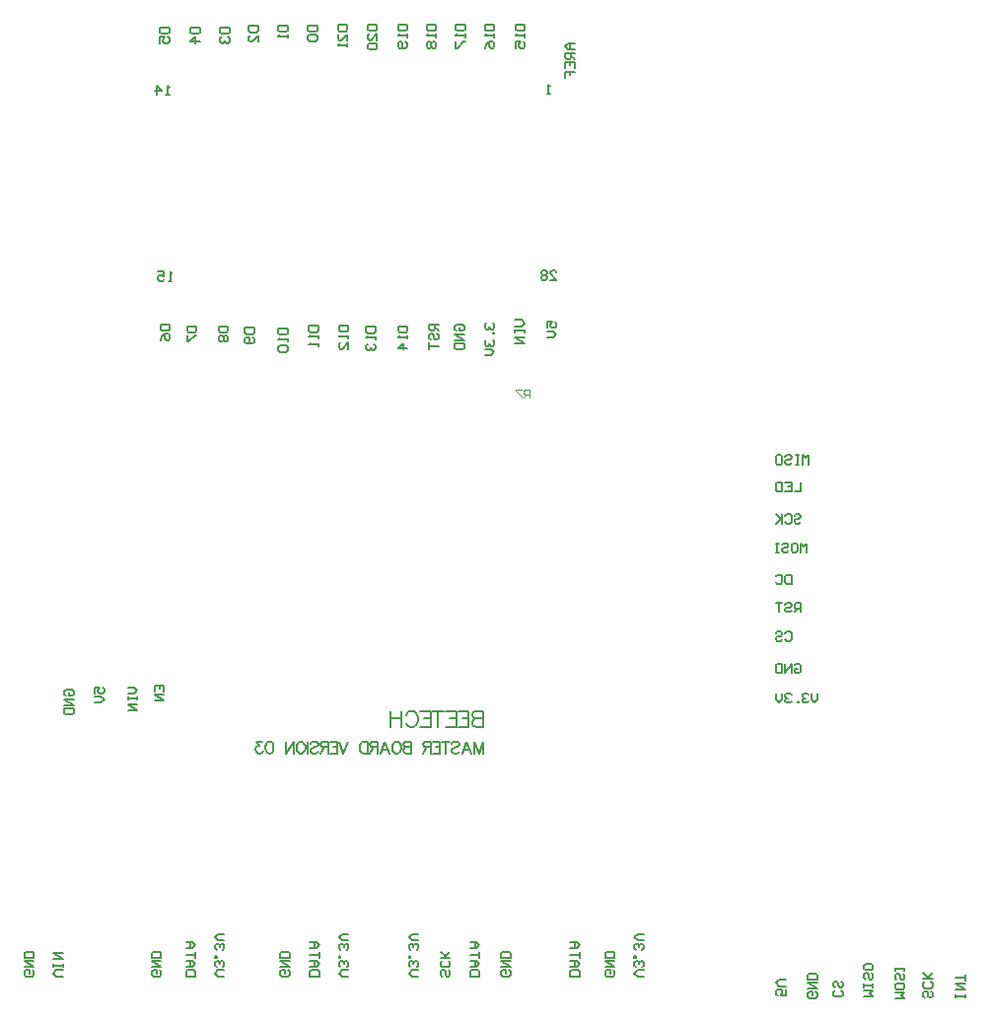
<source format=gbo>
G04*
G04 #@! TF.GenerationSoftware,Altium Limited,Altium Designer,21.6.4 (81)*
G04*
G04 Layer_Color=32896*
%FSLAX44Y44*%
%MOMM*%
G71*
G04*
G04 #@! TF.SameCoordinates,B6620421-005C-40FD-BBE8-42AC4C8AC442*
G04*
G04*
G04 #@! TF.FilePolarity,Positive*
G04*
G01*
G75*
%ADD12C,0.2000*%
%ADD15C,0.1000*%
%ADD16C,0.1500*%
D12*
X443316Y286863D02*
Y272866D01*
Y286863D02*
X437317D01*
X435318Y286196D01*
X434651Y285530D01*
X433985Y284197D01*
Y282864D01*
X434651Y281531D01*
X435318Y280864D01*
X437317Y280198D01*
X443316D02*
X437317D01*
X435318Y279531D01*
X434651Y278865D01*
X433985Y277532D01*
Y275532D01*
X434651Y274199D01*
X435318Y273533D01*
X437317Y272866D01*
X443316D01*
X422187Y286863D02*
X430852D01*
Y272866D01*
X422187D01*
X430852Y280198D02*
X425520D01*
X411190Y286863D02*
X419854D01*
Y272866D01*
X411190D01*
X419854Y280198D02*
X414522D01*
X404191Y286863D02*
Y272866D01*
X408857Y286863D02*
X399525D01*
X389194D02*
X397859D01*
Y272866D01*
X389194D01*
X397859Y280198D02*
X392527D01*
X376864Y283530D02*
X377530Y284863D01*
X378863Y286196D01*
X380196Y286863D01*
X382862D01*
X384195Y286196D01*
X385528Y284863D01*
X386195Y283530D01*
X386861Y281531D01*
Y278198D01*
X386195Y276199D01*
X385528Y274866D01*
X384195Y273533D01*
X382862Y272866D01*
X380196D01*
X378863Y273533D01*
X377530Y274866D01*
X376864Y276199D01*
X372931Y286863D02*
Y272866D01*
X363600Y286863D02*
Y272866D01*
X372931Y280198D02*
X363600D01*
X443262Y260410D02*
Y250412D01*
Y260410D02*
X439453Y250412D01*
X435645Y260410D02*
X439453Y250412D01*
X435645Y260410D02*
Y250412D01*
X425171D02*
X428979Y260410D01*
X432788Y250412D01*
X431360Y253745D02*
X426599D01*
X416173Y258982D02*
X417125Y259934D01*
X418553Y260410D01*
X420457D01*
X421886Y259934D01*
X422838Y258982D01*
Y258029D01*
X422362Y257077D01*
X421886Y256601D01*
X420933Y256125D01*
X418077Y255173D01*
X417125Y254697D01*
X416649Y254221D01*
X416173Y253269D01*
Y251840D01*
X417125Y250888D01*
X418553Y250412D01*
X420457D01*
X421886Y250888D01*
X422838Y251840D01*
X410602Y260410D02*
Y250412D01*
X413935Y260410D02*
X407270D01*
X399890D02*
X406079D01*
Y250412D01*
X399890D01*
X406079Y255649D02*
X402271D01*
X398224Y260410D02*
Y250412D01*
Y260410D02*
X393939D01*
X392511Y259934D01*
X392035Y259458D01*
X391559Y258505D01*
Y257553D01*
X392035Y256601D01*
X392511Y256125D01*
X393939Y255649D01*
X398224D01*
X394891D02*
X391559Y250412D01*
X381466Y260410D02*
Y250412D01*
Y260410D02*
X377181D01*
X375753Y259934D01*
X375277Y259458D01*
X374800Y258505D01*
Y257553D01*
X375277Y256601D01*
X375753Y256125D01*
X377181Y255649D01*
X381466D02*
X377181D01*
X375753Y255173D01*
X375277Y254697D01*
X374800Y253745D01*
Y252316D01*
X375277Y251364D01*
X375753Y250888D01*
X377181Y250412D01*
X381466D01*
X369706Y260410D02*
X370658Y259934D01*
X371611Y258982D01*
X372087Y258029D01*
X372563Y256601D01*
Y254221D01*
X372087Y252792D01*
X371611Y251840D01*
X370658Y250888D01*
X369706Y250412D01*
X367802D01*
X366850Y250888D01*
X365898Y251840D01*
X365421Y252792D01*
X364945Y254221D01*
Y256601D01*
X365421Y258029D01*
X365898Y258982D01*
X366850Y259934D01*
X367802Y260410D01*
X369706D01*
X354995Y250412D02*
X358804Y260410D01*
X362613Y250412D01*
X361184Y253745D02*
X356423D01*
X352662Y260410D02*
Y250412D01*
Y260410D02*
X348378D01*
X346949Y259934D01*
X346473Y259458D01*
X345997Y258505D01*
Y257553D01*
X346473Y256601D01*
X346949Y256125D01*
X348378Y255649D01*
X352662D01*
X349330D02*
X345997Y250412D01*
X343759Y260410D02*
Y250412D01*
Y260410D02*
X340427D01*
X338999Y259934D01*
X338046Y258982D01*
X337570Y258029D01*
X337094Y256601D01*
Y254221D01*
X337570Y252792D01*
X338046Y251840D01*
X338999Y250888D01*
X340427Y250412D01*
X343759D01*
X327001Y260410D02*
X323192Y250412D01*
X319384Y260410D02*
X323192Y250412D01*
X311909Y260410D02*
X318098D01*
Y250412D01*
X311909D01*
X318098Y255649D02*
X314290D01*
X310243Y260410D02*
Y250412D01*
Y260410D02*
X305958D01*
X304530Y259934D01*
X304054Y259458D01*
X303578Y258505D01*
Y257553D01*
X304054Y256601D01*
X304530Y256125D01*
X305958Y255649D01*
X310243D01*
X306910D02*
X303578Y250412D01*
X294675Y258982D02*
X295627Y259934D01*
X297055Y260410D01*
X298960D01*
X300388Y259934D01*
X301340Y258982D01*
Y258029D01*
X300864Y257077D01*
X300388Y256601D01*
X299436Y256125D01*
X296579Y255173D01*
X295627Y254697D01*
X295151Y254221D01*
X294675Y253269D01*
Y251840D01*
X295627Y250888D01*
X297055Y250412D01*
X298960D01*
X300388Y250888D01*
X301340Y251840D01*
X292437Y260410D02*
Y250412D01*
X287486Y260410D02*
X288438Y259934D01*
X289390Y258982D01*
X289866Y258029D01*
X290342Y256601D01*
Y254221D01*
X289866Y252792D01*
X289390Y251840D01*
X288438Y250888D01*
X287486Y250412D01*
X285581D01*
X284629Y250888D01*
X283677Y251840D01*
X283201Y252792D01*
X282725Y254221D01*
Y256601D01*
X283201Y258029D01*
X283677Y258982D01*
X284629Y259934D01*
X285581Y260410D01*
X287486D01*
X280392D02*
Y250412D01*
Y260410D02*
X273727Y250412D01*
Y260410D02*
Y250412D01*
X260254Y260410D02*
X261682Y259934D01*
X262634Y258505D01*
X263110Y256125D01*
Y254697D01*
X262634Y252316D01*
X261682Y250888D01*
X260254Y250412D01*
X259301D01*
X257873Y250888D01*
X256921Y252316D01*
X256445Y254697D01*
Y256125D01*
X256921Y258505D01*
X257873Y259934D01*
X259301Y260410D01*
X260254D01*
X253255D02*
X248018D01*
X250875Y256601D01*
X249446D01*
X248494Y256125D01*
X248018Y255649D01*
X247542Y254221D01*
Y253269D01*
X248018Y251840D01*
X248970Y250888D01*
X250399Y250412D01*
X251827D01*
X253255Y250888D01*
X253731Y251364D01*
X254207Y252316D01*
D15*
X482844Y555555D02*
Y562553D01*
X479345D01*
X478178Y561387D01*
Y559054D01*
X479345Y557888D01*
X482844D01*
X480511D02*
X478178Y555555D01*
X475846Y562553D02*
X471180D01*
Y561387D01*
X475846Y556721D01*
Y555555D01*
D16*
X856841Y40870D02*
Y43536D01*
Y42203D01*
X848844D01*
Y40870D01*
Y43536D01*
Y47534D02*
X856841D01*
X848844Y52866D01*
X856841D01*
Y55532D02*
Y60863D01*
Y58198D01*
X848844D01*
X827822Y46202D02*
X829155Y44869D01*
Y42203D01*
X827822Y40870D01*
X826490D01*
X825157Y42203D01*
Y44869D01*
X823824Y46202D01*
X822491D01*
X821158Y44869D01*
Y42203D01*
X822491Y40870D01*
X827822Y54199D02*
X829155Y52866D01*
Y50200D01*
X827822Y48867D01*
X822491D01*
X821158Y50200D01*
Y52866D01*
X822491Y54199D01*
X829155Y56865D02*
X821158D01*
X823824D01*
X829155Y62196D01*
X825157Y58198D01*
X821158Y62196D01*
X796971Y39830D02*
X804968D01*
X802303Y42496D01*
X804968Y45162D01*
X796971D01*
X804968Y51826D02*
Y49160D01*
X803636Y47827D01*
X798304D01*
X796971Y49160D01*
Y51826D01*
X798304Y53159D01*
X803636D01*
X804968Y51826D01*
X803636Y61156D02*
X804968Y59823D01*
Y57158D01*
X803636Y55825D01*
X802303D01*
X800970Y57158D01*
Y59823D01*
X799637Y61156D01*
X798304D01*
X796971Y59823D01*
Y57158D01*
X798304Y55825D01*
X804968Y63822D02*
Y66488D01*
Y65155D01*
X796971D01*
Y63822D01*
Y66488D01*
X769994Y41838D02*
X777991D01*
X775326Y44504D01*
X777991Y47169D01*
X769994D01*
X777991Y49835D02*
Y52501D01*
Y51168D01*
X769994D01*
Y49835D01*
Y52501D01*
X776658Y61831D02*
X777991Y60499D01*
Y57833D01*
X776658Y56500D01*
X775326D01*
X773993Y57833D01*
Y60499D01*
X772660Y61831D01*
X771327D01*
X769994Y60499D01*
Y57833D01*
X771327Y56500D01*
X777991Y68496D02*
Y65830D01*
X776658Y64497D01*
X771327D01*
X769994Y65830D01*
Y68496D01*
X771327Y69829D01*
X776658D01*
X777991Y68496D01*
X750658Y46964D02*
X751991Y45631D01*
Y42965D01*
X750658Y41632D01*
X745327D01*
X743994Y42965D01*
Y45631D01*
X745327Y46964D01*
X750658Y54961D02*
X751991Y53628D01*
Y50962D01*
X750658Y49629D01*
X749326D01*
X747993Y50962D01*
Y53628D01*
X746660Y54961D01*
X745327D01*
X743994Y53628D01*
Y50962D01*
X745327Y49629D01*
X728409Y45670D02*
X729741Y44337D01*
Y41671D01*
X728409Y40338D01*
X723077D01*
X721744Y41671D01*
Y44337D01*
X723077Y45670D01*
X725743D01*
Y43004D01*
X721744Y48335D02*
X729741D01*
X721744Y53667D01*
X729741D01*
Y56333D02*
X721744D01*
Y60332D01*
X723077Y61664D01*
X728409D01*
X729741Y60332D01*
Y56333D01*
X702764Y47946D02*
Y42614D01*
X698765D01*
X700098Y45280D01*
Y46613D01*
X698765Y47946D01*
X696099D01*
X694766Y46613D01*
Y43947D01*
X696099Y42614D01*
X702764Y50611D02*
X697432D01*
X694766Y53277D01*
X697432Y55943D01*
X702764D01*
X413294Y64356D02*
X414627Y63023D01*
Y60357D01*
X413294Y59024D01*
X411962D01*
X410629Y60357D01*
Y63023D01*
X409296Y64356D01*
X407963D01*
X406630Y63023D01*
Y60357D01*
X407963Y59024D01*
X413294Y72353D02*
X414627Y71020D01*
Y68354D01*
X413294Y67021D01*
X407963D01*
X406630Y68354D01*
Y71020D01*
X407963Y72353D01*
X414627Y75019D02*
X406630D01*
X409296D01*
X414627Y80350D01*
X410629Y76352D01*
X406630Y80350D01*
X730484Y301851D02*
Y296520D01*
X727819Y293854D01*
X725153Y296520D01*
Y301851D01*
X722487Y300518D02*
X721154Y301851D01*
X718488D01*
X717155Y300518D01*
Y299186D01*
X718488Y297853D01*
X719821D01*
X718488D01*
X717155Y296520D01*
Y295187D01*
X718488Y293854D01*
X721154D01*
X722487Y295187D01*
X714490Y293854D02*
Y295187D01*
X713157D01*
Y293854D01*
X714490D01*
X707825Y300518D02*
X706492Y301851D01*
X703826D01*
X702493Y300518D01*
Y299186D01*
X703826Y297853D01*
X705159D01*
X703826D01*
X702493Y296520D01*
Y295187D01*
X703826Y293854D01*
X706492D01*
X707825Y295187D01*
X699828Y301851D02*
Y296520D01*
X697162Y293854D01*
X694496Y296520D01*
Y301851D01*
X580989Y59024D02*
X575658D01*
X572992Y61690D01*
X575658Y64356D01*
X580989D01*
X579656Y67021D02*
X580989Y68354D01*
Y71020D01*
X579656Y72353D01*
X578324D01*
X576991Y71020D01*
Y69687D01*
Y71020D01*
X575658Y72353D01*
X574325D01*
X572992Y71020D01*
Y68354D01*
X574325Y67021D01*
X572992Y75019D02*
X574325D01*
Y76352D01*
X572992D01*
Y75019D01*
X579656Y81683D02*
X580989Y83016D01*
Y85682D01*
X579656Y87015D01*
X578324D01*
X576991Y85682D01*
Y84349D01*
Y85682D01*
X575658Y87015D01*
X574325D01*
X572992Y85682D01*
Y83016D01*
X574325Y81683D01*
X580989Y89681D02*
X575658D01*
X572992Y92347D01*
X575658Y95012D01*
X580989D01*
X387399Y59024D02*
X382068D01*
X379402Y61690D01*
X382068Y64356D01*
X387399D01*
X386067Y67021D02*
X387399Y68354D01*
Y71020D01*
X386067Y72353D01*
X384734D01*
X383401Y71020D01*
Y69687D01*
Y71020D01*
X382068Y72353D01*
X380735D01*
X379402Y71020D01*
Y68354D01*
X380735Y67021D01*
X379402Y75019D02*
X380735D01*
Y76352D01*
X379402D01*
Y75019D01*
X386067Y81683D02*
X387399Y83016D01*
Y85682D01*
X386067Y87015D01*
X384734D01*
X383401Y85682D01*
Y84349D01*
Y85682D01*
X382068Y87015D01*
X380735D01*
X379402Y85682D01*
Y83016D01*
X380735Y81683D01*
X387399Y89681D02*
X382068D01*
X379402Y92347D01*
X382068Y95012D01*
X387399D01*
X327377Y59024D02*
X322046D01*
X319380Y61690D01*
X322046Y64356D01*
X327377D01*
X326045Y67021D02*
X327377Y68354D01*
Y71020D01*
X326045Y72353D01*
X324712D01*
X323379Y71020D01*
Y69687D01*
Y71020D01*
X322046Y72353D01*
X320713D01*
X319380Y71020D01*
Y68354D01*
X320713Y67021D01*
X319380Y75019D02*
X320713D01*
Y76352D01*
X319380D01*
Y75019D01*
X326045Y81683D02*
X327377Y83016D01*
Y85682D01*
X326045Y87015D01*
X324712D01*
X323379Y85682D01*
Y84349D01*
Y85682D01*
X322046Y87015D01*
X320713D01*
X319380Y85682D01*
Y83016D01*
X320713Y81683D01*
X327377Y89681D02*
X322046D01*
X319380Y92347D01*
X322046Y95012D01*
X327377D01*
X220815Y59024D02*
X215484D01*
X212818Y61690D01*
X215484Y64356D01*
X220815D01*
X219482Y67021D02*
X220815Y68354D01*
Y71020D01*
X219482Y72353D01*
X218150D01*
X216817Y71020D01*
Y69687D01*
Y71020D01*
X215484Y72353D01*
X214151D01*
X212818Y71020D01*
Y68354D01*
X214151Y67021D01*
X212818Y75019D02*
X214151D01*
Y76352D01*
X212818D01*
Y75019D01*
X219482Y81683D02*
X220815Y83016D01*
Y85682D01*
X219482Y87015D01*
X218150D01*
X216817Y85682D01*
Y84349D01*
Y85682D01*
X215484Y87015D01*
X214151D01*
X212818Y85682D01*
Y83016D01*
X214151Y81683D01*
X220815Y89681D02*
X215484D01*
X212818Y92347D01*
X215484Y95012D01*
X220815D01*
X525989Y59024D02*
X517992D01*
Y63023D01*
X519325Y64356D01*
X524656D01*
X525989Y63023D01*
Y59024D01*
X517992Y67021D02*
X523324D01*
X525989Y69687D01*
X523324Y72353D01*
X517992D01*
X521991D01*
Y67021D01*
X525989Y75019D02*
Y80350D01*
Y77685D01*
X517992D01*
Y83016D02*
X523324D01*
X525989Y85682D01*
X523324Y88348D01*
X517992D01*
X521991D01*
Y83016D01*
X440027Y59024D02*
X432030D01*
Y63023D01*
X433363Y64356D01*
X438694D01*
X440027Y63023D01*
Y59024D01*
X432030Y67021D02*
X437362D01*
X440027Y69687D01*
X437362Y72353D01*
X432030D01*
X436029D01*
Y67021D01*
X440027Y75019D02*
Y80350D01*
Y77685D01*
X432030D01*
Y83016D02*
X437362D01*
X440027Y85682D01*
X437362Y88348D01*
X432030D01*
X436029D01*
Y83016D01*
X302359Y59024D02*
X294362D01*
Y63023D01*
X295695Y64356D01*
X301026D01*
X302359Y63023D01*
Y59024D01*
X294362Y67021D02*
X299694D01*
X302359Y69687D01*
X299694Y72353D01*
X294362D01*
X298361D01*
Y67021D01*
X302359Y75019D02*
Y80350D01*
Y77685D01*
X294362D01*
Y83016D02*
X299694D01*
X302359Y85682D01*
X299694Y88348D01*
X294362D01*
X298361D01*
Y83016D01*
X195867Y59024D02*
X187869D01*
Y63023D01*
X189202Y64356D01*
X194534D01*
X195867Y63023D01*
Y59024D01*
X187869Y67021D02*
X193201D01*
X195867Y69687D01*
X193201Y72353D01*
X187869D01*
X191868D01*
Y67021D01*
X195867Y75019D02*
Y80350D01*
Y77685D01*
X187869D01*
Y83016D02*
X193201D01*
X195867Y85682D01*
X193201Y88348D01*
X187869D01*
X191868D01*
Y83016D01*
X554656Y64356D02*
X555989Y63023D01*
Y60357D01*
X554656Y59024D01*
X549325D01*
X547992Y60357D01*
Y63023D01*
X549325Y64356D01*
X551991D01*
Y61690D01*
X547992Y67021D02*
X555989D01*
X547992Y72353D01*
X555989D01*
Y75019D02*
X547992D01*
Y79018D01*
X549325Y80350D01*
X554656D01*
X555989Y79018D01*
Y75019D01*
X465111Y64356D02*
X466443Y63023D01*
Y60357D01*
X465111Y59024D01*
X459779D01*
X458446Y60357D01*
Y63023D01*
X459779Y64356D01*
X462445D01*
Y61690D01*
X458446Y67021D02*
X466443D01*
X458446Y72353D01*
X466443D01*
Y75019D02*
X458446D01*
Y79018D01*
X459779Y80350D01*
X465111D01*
X466443Y79018D01*
Y75019D01*
X275627Y64356D02*
X276959Y63023D01*
Y60357D01*
X275627Y59024D01*
X270295D01*
X268962Y60357D01*
Y63023D01*
X270295Y64356D01*
X272961D01*
Y61690D01*
X268962Y67021D02*
X276959D01*
X268962Y72353D01*
X276959D01*
Y75019D02*
X268962D01*
Y79018D01*
X270295Y80350D01*
X275627D01*
X276959Y79018D01*
Y75019D01*
X165284Y64356D02*
X166617Y63023D01*
Y60357D01*
X165284Y59024D01*
X159952D01*
X158619Y60357D01*
Y63023D01*
X159952Y64356D01*
X162618D01*
Y61690D01*
X158619Y67021D02*
X166617D01*
X158619Y72353D01*
X166617D01*
Y75019D02*
X158619D01*
Y79018D01*
X159952Y80350D01*
X165284D01*
X166617Y79018D01*
Y75019D01*
X55917Y64356D02*
X57249Y63023D01*
Y60357D01*
X55917Y59024D01*
X50585D01*
X49252Y60357D01*
Y63023D01*
X50585Y64356D01*
X53251D01*
Y61690D01*
X49252Y67021D02*
X57249D01*
X49252Y72353D01*
X57249D01*
Y75019D02*
X49252D01*
Y79018D01*
X50585Y80350D01*
X55917D01*
X57249Y79018D01*
Y75019D01*
X82141Y59024D02*
X76810D01*
X74144Y61690D01*
X76810Y64356D01*
X82141D01*
Y67021D02*
Y69687D01*
Y68354D01*
X74144D01*
Y67021D01*
Y69687D01*
Y73686D02*
X82141D01*
X74144Y79018D01*
X82141D01*
X710491Y325919D02*
X711824Y327251D01*
X714490D01*
X715822Y325919D01*
Y320587D01*
X714490Y319254D01*
X711824D01*
X710491Y320587D01*
Y323253D01*
X713157D01*
X707825Y319254D02*
Y327251D01*
X702493Y319254D01*
Y327251D01*
X699828D02*
Y319254D01*
X695829D01*
X694496Y320587D01*
Y325919D01*
X695829Y327251D01*
X699828D01*
X702493Y353605D02*
X703826Y354937D01*
X706492D01*
X707825Y353605D01*
Y348273D01*
X706492Y346940D01*
X703826D01*
X702493Y348273D01*
X694496Y353605D02*
X695829Y354937D01*
X698495D01*
X699828Y353605D01*
Y352272D01*
X698495Y350939D01*
X695829D01*
X694496Y349606D01*
Y348273D01*
X695829Y346940D01*
X698495D01*
X699828Y348273D01*
X715822Y371676D02*
Y379673D01*
X711824D01*
X710491Y378340D01*
Y375675D01*
X711824Y374342D01*
X715822D01*
X713157D02*
X710491Y371676D01*
X702493Y378340D02*
X703826Y379673D01*
X706492D01*
X707825Y378340D01*
Y377008D01*
X706492Y375675D01*
X703826D01*
X702493Y374342D01*
Y373009D01*
X703826Y371676D01*
X706492D01*
X707825Y373009D01*
X699828Y379673D02*
X694496D01*
X697162D01*
Y371676D01*
X707825Y403705D02*
Y395708D01*
X703826D01*
X702493Y397041D01*
Y402373D01*
X703826Y403705D01*
X707825D01*
X694496Y402373D02*
X695829Y403705D01*
X698495D01*
X699828Y402373D01*
Y397041D01*
X698495Y395708D01*
X695829D01*
X694496Y397041D01*
X721154Y422862D02*
Y430859D01*
X718488Y428194D01*
X715822Y430859D01*
Y422862D01*
X709158Y430859D02*
X711824D01*
X713157Y429526D01*
Y424195D01*
X711824Y422862D01*
X709158D01*
X707825Y424195D01*
Y429526D01*
X709158Y430859D01*
X699828Y429526D02*
X701161Y430859D01*
X703826D01*
X705159Y429526D01*
Y428194D01*
X703826Y426861D01*
X701161D01*
X699828Y425528D01*
Y424195D01*
X701161Y422862D01*
X703826D01*
X705159Y424195D01*
X697162Y430859D02*
X694496D01*
X695829D01*
Y422862D01*
X697162D01*
X694496D01*
X710491Y454458D02*
X711824Y455790D01*
X714490D01*
X715822Y454458D01*
Y453125D01*
X714490Y451792D01*
X711824D01*
X710491Y450459D01*
Y449126D01*
X711824Y447793D01*
X714490D01*
X715822Y449126D01*
X702493Y454458D02*
X703826Y455790D01*
X706492D01*
X707825Y454458D01*
Y449126D01*
X706492Y447793D01*
X703826D01*
X702493Y449126D01*
X699828Y455790D02*
Y447793D01*
Y450459D01*
X694496Y455790D01*
X698495Y451792D01*
X694496Y447793D01*
X715822Y483179D02*
Y475182D01*
X710491D01*
X702493Y483179D02*
X707825D01*
Y475182D01*
X702493D01*
X707825Y479181D02*
X705159D01*
X699828Y483179D02*
Y475182D01*
X695829D01*
X694496Y476515D01*
Y481847D01*
X695829Y483179D01*
X699828D01*
X722487Y498578D02*
Y506575D01*
X719821Y503910D01*
X717155Y506575D01*
Y498578D01*
X714490Y506575D02*
X711824D01*
X713157D01*
Y498578D01*
X714490D01*
X711824D01*
X702493Y505243D02*
X703826Y506575D01*
X706492D01*
X707825Y505243D01*
Y503910D01*
X706492Y502577D01*
X703826D01*
X702493Y501244D01*
Y499911D01*
X703826Y498578D01*
X706492D01*
X707825Y499911D01*
X695829Y506575D02*
X698495D01*
X699828Y505243D01*
Y499911D01*
X698495Y498578D01*
X695829D01*
X694496Y499911D01*
Y505243D01*
X695829Y506575D01*
X161191Y303556D02*
Y308888D01*
X169188D01*
Y303556D01*
X165189Y308888D02*
Y306222D01*
X169188Y300891D02*
X161191D01*
X169188Y295559D01*
X161191D01*
X138086Y307110D02*
X143417D01*
X146083Y304444D01*
X143417Y301778D01*
X138086D01*
Y299113D02*
Y296447D01*
Y297780D01*
X146083D01*
Y299113D01*
Y296447D01*
Y292448D02*
X138086D01*
X146083Y287117D01*
X138086D01*
X109629Y301778D02*
Y307110D01*
X113627D01*
X112294Y304444D01*
Y303111D01*
X113627Y301778D01*
X116293D01*
X117626Y303111D01*
Y305777D01*
X116293Y307110D01*
X109629Y299113D02*
X114960D01*
X117626Y296447D01*
X114960Y293781D01*
X109629D01*
X85054Y299746D02*
X83721Y301079D01*
Y303745D01*
X85054Y305078D01*
X90385D01*
X91718Y303745D01*
Y301079D01*
X90385Y299746D01*
X87719D01*
Y302412D01*
X91718Y297081D02*
X83721D01*
X91718Y291749D01*
X83721D01*
Y289083D02*
X91718D01*
Y285084D01*
X90385Y283752D01*
X85054D01*
X83721Y285084D01*
Y289083D01*
X165509Y873276D02*
X173506D01*
Y869277D01*
X172173Y867944D01*
X166842D01*
X165509Y869277D01*
Y873276D01*
Y859947D02*
Y865279D01*
X169507D01*
X168174Y862613D01*
Y861280D01*
X169507Y859947D01*
X172173D01*
X173506Y861280D01*
Y863946D01*
X172173Y865279D01*
X191925Y873276D02*
X199922D01*
Y869277D01*
X198589Y867944D01*
X193258D01*
X191925Y869277D01*
Y873276D01*
X199922Y861280D02*
X191925D01*
X195923Y865279D01*
Y859947D01*
X217325Y873276D02*
X225322D01*
Y869277D01*
X223989Y867944D01*
X218657D01*
X217325Y869277D01*
Y873276D01*
X218657Y865279D02*
X217325Y863946D01*
Y861280D01*
X218657Y859947D01*
X219990D01*
X221323Y861280D01*
Y862613D01*
Y861280D01*
X222656Y859947D01*
X223989D01*
X225322Y861280D01*
Y863946D01*
X223989Y865279D01*
X241963Y874546D02*
X249960D01*
Y870547D01*
X248627Y869214D01*
X243295D01*
X241963Y870547D01*
Y874546D01*
X249960Y861217D02*
Y866549D01*
X244628Y861217D01*
X243295D01*
X241963Y862550D01*
Y865216D01*
X243295Y866549D01*
X267363Y875054D02*
X275360D01*
Y871055D01*
X274027Y869722D01*
X268696D01*
X267363Y871055D01*
Y875054D01*
X275360Y867057D02*
Y864391D01*
Y865724D01*
X267363D01*
X268696Y867057D01*
X292509Y875054D02*
X300506D01*
Y871055D01*
X299173Y869722D01*
X293841D01*
X292509Y871055D01*
Y875054D01*
X293841Y867057D02*
X292509Y865724D01*
Y863058D01*
X293841Y861725D01*
X299173D01*
X300506Y863058D01*
Y865724D01*
X299173Y867057D01*
X293841D01*
X318417Y875562D02*
X326414D01*
Y871563D01*
X325081Y870230D01*
X319750D01*
X318417Y871563D01*
Y875562D01*
X326414Y862233D02*
Y867565D01*
X321082Y862233D01*
X319750D01*
X318417Y863566D01*
Y866232D01*
X319750Y867565D01*
X326414Y859567D02*
Y856901D01*
Y858234D01*
X318417D01*
X319750Y859567D01*
X344071Y875816D02*
X352068D01*
Y871817D01*
X350735Y870484D01*
X345404D01*
X344071Y871817D01*
Y875816D01*
X352068Y862487D02*
Y867819D01*
X346736Y862487D01*
X345404D01*
X344071Y863820D01*
Y866486D01*
X345404Y867819D01*
Y859821D02*
X344071Y858488D01*
Y855823D01*
X345404Y854490D01*
X350735D01*
X352068Y855823D01*
Y858488D01*
X350735Y859821D01*
X345404D01*
X369979Y875816D02*
X377976D01*
Y871817D01*
X376643Y870484D01*
X371311D01*
X369979Y871817D01*
Y875816D01*
X377976Y867819D02*
Y865153D01*
Y866486D01*
X369979D01*
X371311Y867819D01*
X376643Y861154D02*
X377976Y859821D01*
Y857155D01*
X376643Y855823D01*
X371311D01*
X369979Y857155D01*
Y859821D01*
X371311Y861154D01*
X372644D01*
X373977Y859821D01*
Y855823D01*
X394617Y875816D02*
X402614D01*
Y871817D01*
X401281Y870484D01*
X395950D01*
X394617Y871817D01*
Y875816D01*
X402614Y867819D02*
Y865153D01*
Y866486D01*
X394617D01*
X395950Y867819D01*
Y861154D02*
X394617Y859821D01*
Y857155D01*
X395950Y855823D01*
X397282D01*
X398615Y857155D01*
X399948Y855823D01*
X401281D01*
X402614Y857155D01*
Y859821D01*
X401281Y861154D01*
X399948D01*
X398615Y859821D01*
X397282Y861154D01*
X395950D01*
X398615Y859821D02*
Y857155D01*
X419509Y875816D02*
X427506D01*
Y871817D01*
X426173Y870484D01*
X420841D01*
X419509Y871817D01*
Y875816D01*
X427506Y867819D02*
Y865153D01*
Y866486D01*
X419509D01*
X420841Y867819D01*
X419509Y861154D02*
Y855823D01*
X420841D01*
X426173Y861154D01*
X427506D01*
X444541Y875816D02*
X452538D01*
Y871817D01*
X451205Y870484D01*
X445874D01*
X444541Y871817D01*
Y875816D01*
X452538Y867819D02*
Y865153D01*
Y866486D01*
X444541D01*
X445874Y867819D01*
X444541Y855822D02*
X445874Y858488D01*
X448540Y861154D01*
X451205D01*
X452538Y859821D01*
Y857155D01*
X451205Y855822D01*
X449873D01*
X448540Y857155D01*
Y861154D01*
X471071Y875816D02*
X479068D01*
Y871817D01*
X477735Y870484D01*
X472403D01*
X471071Y871817D01*
Y875816D01*
X479068Y867819D02*
Y865153D01*
Y866486D01*
X471071D01*
X472403Y867819D01*
X471071Y855823D02*
Y861154D01*
X475069D01*
X473736Y858488D01*
Y857155D01*
X475069Y855823D01*
X477735D01*
X479068Y857155D01*
Y859821D01*
X477735Y861154D01*
X521486Y859560D02*
X516154D01*
X513489Y856894D01*
X516154Y854228D01*
X521486D01*
X517487D01*
Y859560D01*
X521486Y851563D02*
X513489D01*
Y847564D01*
X514822Y846231D01*
X517487D01*
X518820Y847564D01*
Y851563D01*
Y848897D02*
X521486Y846231D01*
X513489Y838234D02*
Y843565D01*
X521486D01*
Y838234D01*
X517487Y843565D02*
Y840899D01*
X513489Y830236D02*
Y835568D01*
X517487D01*
Y832902D01*
Y835568D01*
X521486D01*
X420334Y612938D02*
X419001Y614271D01*
Y616937D01*
X420334Y618270D01*
X425665D01*
X426998Y616937D01*
Y614271D01*
X425665Y612938D01*
X422999D01*
Y615604D01*
X426998Y610273D02*
X419001D01*
X426998Y604941D01*
X419001D01*
Y602275D02*
X426998D01*
Y598277D01*
X425665Y596944D01*
X420334D01*
X419001Y598277D01*
Y602275D01*
X404654Y618760D02*
X396657D01*
Y614761D01*
X397990Y613428D01*
X400655D01*
X401988Y614761D01*
Y618760D01*
Y616094D02*
X404654Y613428D01*
X397990Y605431D02*
X396657Y606764D01*
Y609430D01*
X397990Y610763D01*
X399322D01*
X400655Y609430D01*
Y606764D01*
X401988Y605431D01*
X403321D01*
X404654Y606764D01*
Y609430D01*
X403321Y610763D01*
X396657Y602765D02*
Y597434D01*
Y600099D01*
X404654D01*
X370233Y616990D02*
X378230D01*
Y612991D01*
X376897Y611658D01*
X371566D01*
X370233Y612991D01*
Y616990D01*
X378230Y608993D02*
Y606327D01*
Y607660D01*
X370233D01*
X371566Y608993D01*
X378230Y598329D02*
X370233D01*
X374231Y602328D01*
Y596996D01*
X342801Y616482D02*
X350798D01*
Y612483D01*
X349465Y611150D01*
X344133D01*
X342801Y612483D01*
Y616482D01*
X350798Y608485D02*
Y605819D01*
Y607152D01*
X342801D01*
X344133Y608485D01*
Y601820D02*
X342801Y600487D01*
Y597821D01*
X344133Y596488D01*
X345466D01*
X346799Y597821D01*
Y599154D01*
Y597821D01*
X348132Y596488D01*
X349465D01*
X350798Y597821D01*
Y600487D01*
X349465Y601820D01*
X319433Y617498D02*
X327430D01*
Y613499D01*
X326097Y612166D01*
X320765D01*
X319433Y613499D01*
Y617498D01*
X327430Y609501D02*
Y606835D01*
Y608168D01*
X319433D01*
X320765Y609501D01*
X327430Y597505D02*
Y602836D01*
X322098Y597505D01*
X320765D01*
X319433Y598837D01*
Y601503D01*
X320765Y602836D01*
X293525Y617244D02*
X301522D01*
Y613245D01*
X300189Y611912D01*
X294858D01*
X293525Y613245D01*
Y617244D01*
X301522Y609247D02*
Y606581D01*
Y607914D01*
X293525D01*
X294858Y609247D01*
X301522Y602582D02*
Y599916D01*
Y601249D01*
X293525D01*
X294858Y602582D01*
X267109Y614958D02*
X275106D01*
Y610959D01*
X273773Y609626D01*
X268442D01*
X267109Y610959D01*
Y614958D01*
X275106Y606961D02*
Y604295D01*
Y605628D01*
X267109D01*
X268442Y606961D01*
Y600296D02*
X267109Y598963D01*
Y596297D01*
X268442Y594964D01*
X273773D01*
X275106Y596297D01*
Y598963D01*
X273773Y600296D01*
X268442D01*
X238661Y615490D02*
X246658D01*
Y611491D01*
X245325Y610158D01*
X239993D01*
X238661Y611491D01*
Y615490D01*
X245325Y607493D02*
X246658Y606160D01*
Y603494D01*
X245325Y602161D01*
X239993D01*
X238661Y603494D01*
Y606160D01*
X239993Y607493D01*
X241326D01*
X242659Y606160D01*
Y602161D01*
X216055Y616990D02*
X224052D01*
Y612991D01*
X222719Y611658D01*
X217388D01*
X216055Y612991D01*
Y616990D01*
X217388Y608993D02*
X216055Y607660D01*
Y604994D01*
X217388Y603661D01*
X218720D01*
X220053Y604994D01*
X221386Y603661D01*
X222719D01*
X224052Y604994D01*
Y607660D01*
X222719Y608993D01*
X221386D01*
X220053Y607660D01*
X218720Y608993D01*
X217388D01*
X220053Y607660D02*
Y604994D01*
X188877Y616990D02*
X196874D01*
Y612991D01*
X195541Y611658D01*
X190210D01*
X188877Y612991D01*
Y616990D01*
Y608993D02*
Y603661D01*
X190210D01*
X195541Y608993D01*
X196874D01*
X166017Y618514D02*
X174014D01*
Y614515D01*
X172681Y613182D01*
X167349D01*
X166017Y614515D01*
Y618514D01*
Y605185D02*
X167349Y607851D01*
X170015Y610517D01*
X172681D01*
X174014Y609184D01*
Y606518D01*
X172681Y605185D01*
X171348D01*
X170015Y606518D01*
Y610517D01*
X498139Y615493D02*
Y620824D01*
X502137D01*
X500804Y618158D01*
Y616825D01*
X502137Y615493D01*
X504803D01*
X506136Y616825D01*
Y619491D01*
X504803Y620824D01*
X498139Y612827D02*
X503470D01*
X506136Y610161D01*
X503470Y607495D01*
X498139D01*
X445874Y619770D02*
X444541Y618437D01*
Y615771D01*
X445874Y614438D01*
X447207D01*
X448540Y615771D01*
Y617104D01*
Y615771D01*
X449873Y614438D01*
X451205D01*
X452538Y615771D01*
Y618437D01*
X451205Y619770D01*
X452538Y611773D02*
X451205D01*
Y610440D01*
X452538D01*
Y611773D01*
X445874Y605108D02*
X444541Y603775D01*
Y601109D01*
X445874Y599776D01*
X447207D01*
X448540Y601109D01*
Y602442D01*
Y601109D01*
X449873Y599776D01*
X451205D01*
X452538Y601109D01*
Y603775D01*
X451205Y605108D01*
X444541Y597111D02*
X449873D01*
X452538Y594445D01*
X449873Y591779D01*
X444541D01*
X470563Y622324D02*
X475894D01*
X478560Y619658D01*
X475894Y616992D01*
X470563D01*
Y614327D02*
Y611661D01*
Y612994D01*
X478560D01*
Y614327D01*
Y611661D01*
Y607662D02*
X470563D01*
X478560Y602331D01*
X470563D01*
X500804Y656808D02*
X506136D01*
X500804Y662140D01*
Y663473D01*
X502137Y664805D01*
X504803D01*
X506136Y663473D01*
X498139D02*
X496806Y664805D01*
X494140D01*
X492807Y663473D01*
Y662140D01*
X494140Y660807D01*
X492807Y659474D01*
Y658141D01*
X494140Y656808D01*
X496806D01*
X498139Y658141D01*
Y659474D01*
X496806Y660807D01*
X498139Y662140D01*
Y663473D01*
X496806Y660807D02*
X494140D01*
X175800Y655804D02*
X173134D01*
X174467D01*
Y663801D01*
X175800Y662468D01*
X163804Y663801D02*
X169135D01*
Y659803D01*
X166470Y661136D01*
X165137D01*
X163804Y659803D01*
Y657137D01*
X165137Y655804D01*
X167803D01*
X169135Y657137D01*
X173506Y815316D02*
X170840D01*
X172173D01*
Y823313D01*
X173506Y821981D01*
X162843Y815316D02*
Y823313D01*
X166842Y819315D01*
X161510D01*
X500722Y816575D02*
X498056D01*
X499389D01*
Y824573D01*
X500722Y823240D01*
M02*

</source>
